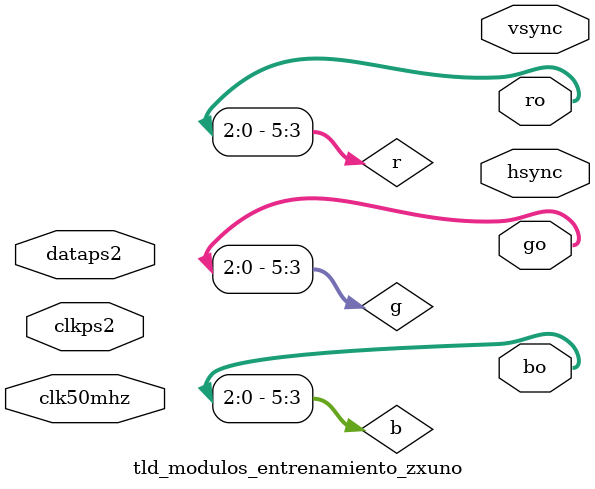
<source format=v>
/*
 * This file is part of "Modulos de entrenamiento para FPGAs"
 * Copyright (c) 2018 Miguel Angel Rodriguez Jodar.
 * 
 * This program is free software: you can redistribute it and/or modify  
 * it under the terms of the GNU General Public License as published by  
 * the Free Software Foundation, version 3.
 *
 * This program is distributed in the hope that it will be useful, but 
 * WITHOUT ANY WARRANTY; without even the implied warranty of 
 * MERCHANTABILITY or FITNESS FOR A PARTICULAR PURPOSE. See the GNU 
 * General Public License for more details.
 *
 * You should have received a copy of the GNU General Public License 
 * along with this program. If not, see <http://www.gnu.org/licenses/>.
*/

`timescale 1ns / 1ps
`default_nettype none

module tld_modulos_entrenamiento_zxuno (
  input wire clk50mhz,
  input wire clkps2,
  input wire dataps2,
  output wire [2:0] ro,
  output wire [2:0] go,
  output wire [2:0] bo,
  output wire hsync,
  output wire vsync
  );

  wire clk25m;
  relojes reloj25mhz (
    .CLK_IN1(clk50mhz),
    .CLK_OUT1(clk25m)
    );
    
  wire [5:0] r, g, b;
  assign ro = r[5:3];
  assign go = g[5:3];
  assign bo = b[5:3];

  `include "../ejemplos/ejemplo1.v"
  // `include "../ejemplos/ejemplo2.v"
  // `include "../ejemplos/ejemplo3.v"
  // `include "../ejemplos/ejemplo4.v"
  // `include "../ejemplos/ejemplo5.v"
  // `include "../ejemplos/ejemplo6.v"
  // `include "../ejemplos/ejemplo7.v"
  // `include "../ejemplos/ejemplo8.v"
  // `include "../ejemplos/ejemplo9.v"
  // `include "../ejemplos/ejemplo10.v"
  // `include "../ejemplos/ejemplo11.v"
  // `include "../ejemplos/ejemplo12.v"
  // `include "../ejemplos/ejemplo13.v"
  // `include "../ejemplos/ejemplo14.v"
  // `include "../ejemplos/ejemplo15.v"
  // `include "../ejemplos/ejemplo16.v"
  // `include "../ejemplos/ejemplo17.v"
  // `include "../ejemplos/ejemplo18.v"
  // `include "../ejemplos/ejemplo19.v"
  // `include "../ejemplos/ejemplo20.v"
  // `include "../ejemplo99/ejemplo99.v"

endmodule

`default_nettype wire

</source>
